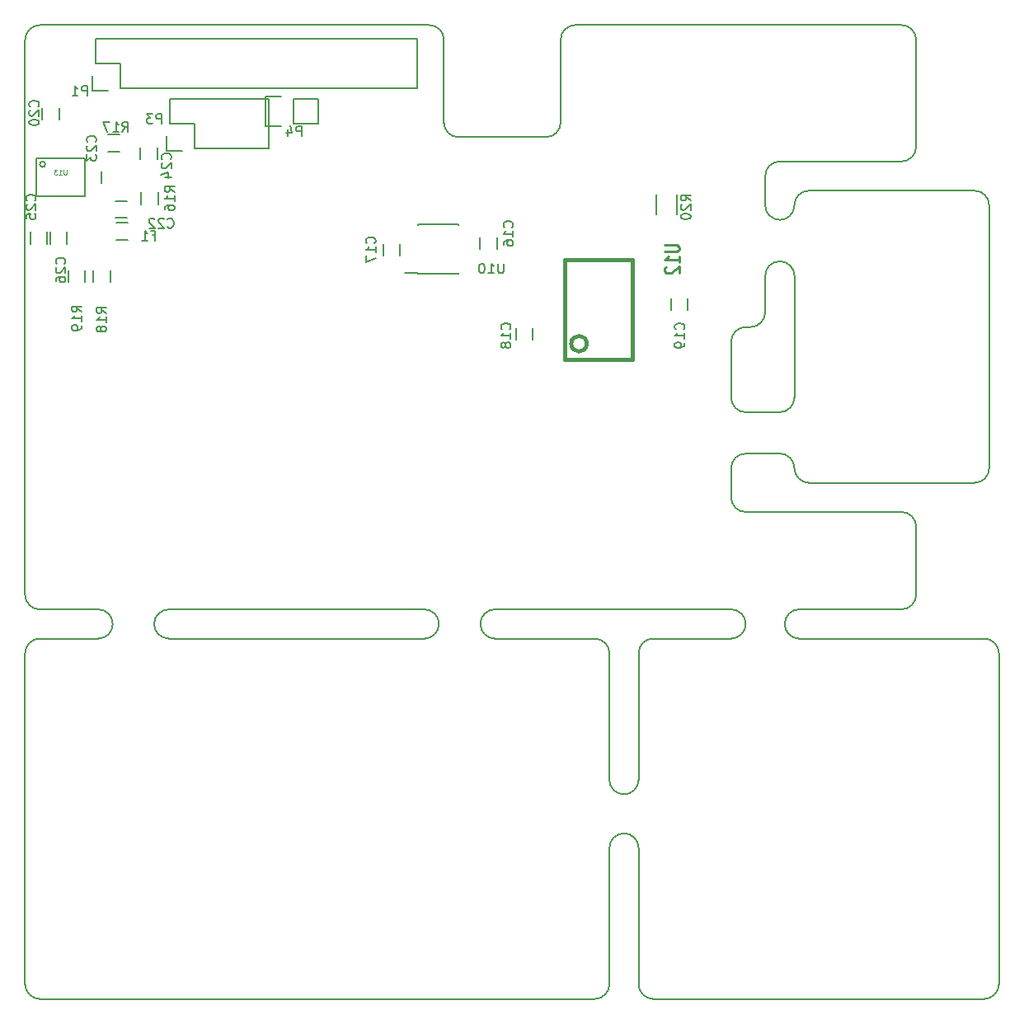
<source format=gbo>
G04 #@! TF.FileFunction,Legend,Bot*
%FSLAX46Y46*%
G04 Gerber Fmt 4.6, Leading zero omitted, Abs format (unit mm)*
G04 Created by KiCad (PCBNEW 4.0.2+dfsg1-stable) date So 05 Feb 2017 14:10:10 CET*
%MOMM*%
G01*
G04 APERTURE LIST*
%ADD10C,0.100000*%
%ADD11C,0.150000*%
%ADD12C,0.381000*%
%ADD13C,0.127000*%
%ADD14C,0.285750*%
%ADD15C,0.287020*%
%ADD16C,0.099060*%
G04 APERTURE END LIST*
D10*
D11*
X176000000Y-58500000D02*
X176000000Y-55500000D01*
X176000000Y-69500000D02*
X176000000Y-65750000D01*
X179000000Y-65750000D02*
X179000000Y-78250000D01*
X176000000Y-58500000D02*
G75*
G03X177500000Y-60000000I1500000J0D01*
G01*
X179000000Y-65750000D02*
G75*
G03X177500000Y-64250000I-1500000J0D01*
G01*
X177500000Y-64250000D02*
G75*
G03X176000000Y-65750000I0J-1500000D01*
G01*
X172500000Y-78250000D02*
X172500000Y-72500000D01*
X177500000Y-79750000D02*
X174000000Y-79750000D01*
X174000000Y-84000000D02*
X177500000Y-84000000D01*
X172500000Y-88500000D02*
X172500000Y-85500000D01*
X172500000Y-78250000D02*
G75*
G03X174000000Y-79750000I1500000J0D01*
G01*
X177500000Y-79750000D02*
G75*
G03X179000000Y-78250000I0J1500000D01*
G01*
X174000000Y-84000000D02*
G75*
G03X172500000Y-85500000I0J-1500000D01*
G01*
X179000000Y-85500000D02*
G75*
G03X177500000Y-84000000I-1500000J0D01*
G01*
X177500000Y-60000000D02*
G75*
G03X179000000Y-58500000I0J1500000D01*
G01*
X199000000Y-58500000D02*
X199000000Y-85500000D01*
X180500000Y-57000000D02*
X197500000Y-57000000D01*
X180500000Y-87000000D02*
X197500000Y-87000000D01*
X179000000Y-85500000D02*
G75*
G03X180500000Y-87000000I1500000J0D01*
G01*
X197500000Y-87000000D02*
G75*
G03X199000000Y-85500000I0J1500000D01*
G01*
X199000000Y-58500000D02*
G75*
G03X197500000Y-57000000I-1500000J0D01*
G01*
X180500000Y-57000000D02*
G75*
G03X179000000Y-58500000I0J-1500000D01*
G01*
X148250000Y-100000000D02*
X172500000Y-100000000D01*
X141000000Y-100000000D02*
X114750000Y-100000000D01*
X114750000Y-103000000D02*
X141000000Y-103000000D01*
X142500000Y-101500000D02*
G75*
G03X141000000Y-100000000I-1500000J0D01*
G01*
X141000000Y-103000000D02*
G75*
G03X142500000Y-101500000I0J1500000D01*
G01*
X101500000Y-100000000D02*
X107500000Y-100000000D01*
X101500000Y-103000000D02*
X107500000Y-103000000D01*
X148250000Y-100000000D02*
G75*
G03X146750000Y-101500000I0J-1500000D01*
G01*
X148250000Y-103000000D02*
X158500000Y-103000000D01*
X146750000Y-101500000D02*
G75*
G03X148250000Y-103000000I1500000J0D01*
G01*
X174000000Y-90000000D02*
X190000000Y-90000000D01*
X177500000Y-54000000D02*
X190000000Y-54000000D01*
X174000000Y-71000000D02*
X174500000Y-71000000D01*
X174500000Y-71000000D02*
G75*
G03X176000000Y-69500000I0J1500000D01*
G01*
X174000000Y-71000000D02*
G75*
G03X172500000Y-72500000I0J-1500000D01*
G01*
X161500000Y-119000000D02*
G75*
G03X163000000Y-117500000I0J1500000D01*
G01*
X163000000Y-124500000D02*
G75*
G03X161500000Y-123000000I-1500000J0D01*
G01*
X163000000Y-124500000D02*
X163000000Y-138500000D01*
X163000000Y-104500000D02*
X163000000Y-117500000D01*
X160000000Y-124500000D02*
X160000000Y-138500000D01*
X160000000Y-104500000D02*
X160000000Y-117500000D01*
X161500000Y-123000000D02*
G75*
G03X160000000Y-124500000I0J-1500000D01*
G01*
X160000000Y-117500000D02*
G75*
G03X161500000Y-119000000I1500000J0D01*
G01*
X164500000Y-103000000D02*
X172500000Y-103000000D01*
X164500000Y-140000000D02*
X198500000Y-140000000D01*
X163000000Y-138500000D02*
G75*
G03X164500000Y-140000000I1500000J0D01*
G01*
X158500000Y-140000000D02*
G75*
G03X160000000Y-138500000I0J1500000D01*
G01*
X164500000Y-103000000D02*
G75*
G03X163000000Y-104500000I0J-1500000D01*
G01*
X160000000Y-104500000D02*
G75*
G03X158500000Y-103000000I-1500000J0D01*
G01*
X113250000Y-101500000D02*
G75*
G03X114750000Y-103000000I1500000J0D01*
G01*
X114750000Y-100000000D02*
G75*
G03X113250000Y-101500000I0J-1500000D01*
G01*
X174000000Y-101500000D02*
G75*
G03X172500000Y-100000000I-1500000J0D01*
G01*
X172500000Y-103000000D02*
G75*
G03X174000000Y-101500000I0J1500000D01*
G01*
X178000000Y-101500000D02*
G75*
G03X179500000Y-103000000I1500000J0D01*
G01*
X179500000Y-100000000D02*
G75*
G03X178000000Y-101500000I0J-1500000D01*
G01*
X190000000Y-100000000D02*
X179500000Y-100000000D01*
X198500000Y-103000000D02*
X179500000Y-103000000D01*
X107500000Y-103000000D02*
G75*
G03X109000000Y-101500000I0J1500000D01*
G01*
X109000000Y-101500000D02*
G75*
G03X107500000Y-100000000I-1500000J0D01*
G01*
X198500000Y-140000000D02*
G75*
G03X200000000Y-138500000I0J1500000D01*
G01*
X200000000Y-104500000D02*
G75*
G03X198500000Y-103000000I-1500000J0D01*
G01*
X101500000Y-103000000D02*
G75*
G03X100000000Y-104500000I0J-1500000D01*
G01*
X100000000Y-138500000D02*
G75*
G03X101500000Y-140000000I1500000J0D01*
G01*
X100000000Y-104500000D02*
X100000000Y-138500000D01*
X200000000Y-104500000D02*
X200000000Y-138500000D01*
X101500000Y-140000000D02*
X158500000Y-140000000D01*
X191500000Y-91500000D02*
G75*
G03X190000000Y-90000000I-1500000J0D01*
G01*
X172500000Y-88500000D02*
G75*
G03X174000000Y-90000000I1500000J0D01*
G01*
X177500000Y-54000000D02*
G75*
G03X176000000Y-55500000I0J-1500000D01*
G01*
X190000000Y-54000000D02*
G75*
G03X191500000Y-52500000I0J1500000D01*
G01*
X191500000Y-41500000D02*
X191500000Y-52500000D01*
X143000000Y-41500000D02*
G75*
G03X141500000Y-40000000I-1500000J0D01*
G01*
X156500000Y-40000000D02*
G75*
G03X155000000Y-41500000I0J-1500000D01*
G01*
X153500000Y-51500000D02*
G75*
G03X155000000Y-50000000I0J1500000D01*
G01*
X143000000Y-50000000D02*
G75*
G03X144500000Y-51500000I1500000J0D01*
G01*
X144500000Y-51500000D02*
X153500000Y-51500000D01*
X143000000Y-41500000D02*
X143000000Y-50000000D01*
X155000000Y-41500000D02*
X155000000Y-50000000D01*
X190000000Y-40000000D02*
X156500000Y-40000000D01*
X100000000Y-41500000D02*
X100000000Y-98500000D01*
X191500000Y-91500000D02*
X191500000Y-98500000D01*
X191500000Y-41500000D02*
G75*
G03X190000000Y-40000000I-1500000J0D01*
G01*
X190000000Y-100000000D02*
G75*
G03X191500000Y-98500000I0J1500000D01*
G01*
X100000000Y-98500000D02*
G75*
G03X101500000Y-100000000I1500000J0D01*
G01*
X101500000Y-40000000D02*
G75*
G03X100000000Y-41500000I0J-1500000D01*
G01*
X101500000Y-40000000D02*
X141500000Y-40000000D01*
X117373400Y-52654200D02*
X124993400Y-52654200D01*
X124993400Y-52654200D02*
X124993400Y-47574200D01*
X124993400Y-47574200D02*
X114833400Y-47574200D01*
X114833400Y-47574200D02*
X114833400Y-50114200D01*
X116103400Y-52934200D02*
X114553400Y-52934200D01*
X114833400Y-50114200D02*
X117373400Y-50114200D01*
X117373400Y-50114200D02*
X117373400Y-52654200D01*
X114553400Y-52934200D02*
X114553400Y-51384200D01*
X107213400Y-41402000D02*
X140233400Y-41402000D01*
X109753400Y-46482000D02*
X140233400Y-46482000D01*
X140233400Y-41402000D02*
X140233400Y-46482000D01*
X107213400Y-41402000D02*
X107213400Y-43942000D01*
X108483400Y-46762000D02*
X106933400Y-46762000D01*
X107213400Y-43942000D02*
X109753400Y-43942000D01*
X109753400Y-43942000D02*
X109753400Y-46482000D01*
X106933400Y-46762000D02*
X106933400Y-45212000D01*
X124713400Y-47294200D02*
X126263400Y-47294200D01*
X130073400Y-47574200D02*
X127533400Y-47574200D01*
X127533400Y-47574200D02*
X127533400Y-50114200D01*
X126263400Y-50394200D02*
X124713400Y-50394200D01*
X124713400Y-50394200D02*
X124713400Y-47294200D01*
X127533400Y-50114200D02*
X130073400Y-50114200D01*
X130073400Y-50114200D02*
X130073400Y-47574200D01*
X140386000Y-65567000D02*
X140386000Y-65422000D01*
X144536000Y-65567000D02*
X144536000Y-65422000D01*
X144536000Y-60417000D02*
X144536000Y-60562000D01*
X140386000Y-60417000D02*
X140386000Y-60562000D01*
X140386000Y-65567000D02*
X144536000Y-65567000D01*
X140386000Y-60417000D02*
X144536000Y-60417000D01*
X140386000Y-65422000D02*
X138986000Y-65422000D01*
D12*
X157677000Y-72715000D02*
G75*
G03X157677000Y-72715000I-800000J0D01*
G01*
X162377000Y-74315000D02*
X155377000Y-74315000D01*
X155377000Y-74315000D02*
X155377000Y-64115000D01*
X155377000Y-64115000D02*
X162377000Y-64115000D01*
X162377000Y-64115000D02*
X162377000Y-74315000D01*
D13*
X101155500Y-53657500D02*
X106108500Y-53657500D01*
X106108500Y-53657500D02*
X106108500Y-57594500D01*
X106108500Y-57594500D02*
X101155500Y-57594500D01*
X101155500Y-57594500D02*
X101155500Y-53657500D01*
X102074481Y-54292500D02*
G75*
G03X102074481Y-54292500I-283981J0D01*
G01*
D11*
X109255000Y-59803000D02*
X110455000Y-59803000D01*
X110455000Y-58053000D02*
X109255000Y-58053000D01*
X109318500Y-62025500D02*
X110518500Y-62025500D01*
X110518500Y-60275500D02*
X109318500Y-60275500D01*
X148449000Y-63033200D02*
X148449000Y-61833200D01*
X146699000Y-61833200D02*
X146699000Y-63033200D01*
X138517600Y-63642800D02*
X138517600Y-62442800D01*
X136767600Y-62442800D02*
X136767600Y-63642800D01*
X166307800Y-68030800D02*
X166307800Y-69230800D01*
X168057800Y-69230800D02*
X168057800Y-68030800D01*
X150382000Y-71078800D02*
X150382000Y-72278800D01*
X152132000Y-72278800D02*
X152132000Y-71078800D01*
X104316500Y-62449000D02*
X104316500Y-61249000D01*
X102566500Y-61249000D02*
X102566500Y-62449000D01*
X102284500Y-62449000D02*
X102284500Y-61249000D01*
X100534500Y-61249000D02*
X100534500Y-62449000D01*
X111901000Y-57185000D02*
X111901000Y-58385000D01*
X113651000Y-58385000D02*
X113651000Y-57185000D01*
X107872500Y-56226000D02*
X107872500Y-55026000D01*
X106122500Y-55026000D02*
X106122500Y-56226000D01*
X109693000Y-51258500D02*
X108493000Y-51258500D01*
X108493000Y-53008500D02*
X109693000Y-53008500D01*
X101741000Y-48502000D02*
X101741000Y-49702000D01*
X103491000Y-49702000D02*
X103491000Y-48502000D01*
X113587500Y-53749500D02*
X113587500Y-52549500D01*
X111837500Y-52549500D02*
X111837500Y-53749500D01*
X106158000Y-66386000D02*
X106158000Y-65186000D01*
X104408000Y-65186000D02*
X104408000Y-66386000D01*
X108761500Y-66386000D02*
X108761500Y-65186000D01*
X107011500Y-65186000D02*
X107011500Y-66386000D01*
X166937000Y-59420000D02*
X166937000Y-57420000D01*
X164787000Y-57420000D02*
X164787000Y-59420000D01*
X114022095Y-50109381D02*
X114022095Y-49109381D01*
X113641142Y-49109381D01*
X113545904Y-49157000D01*
X113498285Y-49204619D01*
X113450666Y-49299857D01*
X113450666Y-49442714D01*
X113498285Y-49537952D01*
X113545904Y-49585571D01*
X113641142Y-49633190D01*
X114022095Y-49633190D01*
X113117333Y-49109381D02*
X112498285Y-49109381D01*
X112831619Y-49490333D01*
X112688761Y-49490333D01*
X112593523Y-49537952D01*
X112545904Y-49585571D01*
X112498285Y-49680810D01*
X112498285Y-49918905D01*
X112545904Y-50014143D01*
X112593523Y-50061762D01*
X112688761Y-50109381D01*
X112974476Y-50109381D01*
X113069714Y-50061762D01*
X113117333Y-50014143D01*
X106363995Y-47251881D02*
X106363995Y-46251881D01*
X105983042Y-46251881D01*
X105887804Y-46299500D01*
X105840185Y-46347119D01*
X105792566Y-46442357D01*
X105792566Y-46585214D01*
X105840185Y-46680452D01*
X105887804Y-46728071D01*
X105983042Y-46775690D01*
X106363995Y-46775690D01*
X104840185Y-47251881D02*
X105411614Y-47251881D01*
X105125900Y-47251881D02*
X105125900Y-46251881D01*
X105221138Y-46394738D01*
X105316376Y-46489976D01*
X105411614Y-46537595D01*
X128373095Y-51379381D02*
X128373095Y-50379381D01*
X127992142Y-50379381D01*
X127896904Y-50427000D01*
X127849285Y-50474619D01*
X127801666Y-50569857D01*
X127801666Y-50712714D01*
X127849285Y-50807952D01*
X127896904Y-50855571D01*
X127992142Y-50903190D01*
X128373095Y-50903190D01*
X126944523Y-50712714D02*
X126944523Y-51379381D01*
X127182619Y-50331762D02*
X127420714Y-51046048D01*
X126801666Y-51046048D01*
X149129595Y-64476381D02*
X149129595Y-65285905D01*
X149081976Y-65381143D01*
X149034357Y-65428762D01*
X148939119Y-65476381D01*
X148748642Y-65476381D01*
X148653404Y-65428762D01*
X148605785Y-65381143D01*
X148558166Y-65285905D01*
X148558166Y-64476381D01*
X147558166Y-65476381D02*
X148129595Y-65476381D01*
X147843881Y-65476381D02*
X147843881Y-64476381D01*
X147939119Y-64619238D01*
X148034357Y-64714476D01*
X148129595Y-64762095D01*
X146939119Y-64476381D02*
X146843880Y-64476381D01*
X146748642Y-64524000D01*
X146701023Y-64571619D01*
X146653404Y-64666857D01*
X146605785Y-64857333D01*
X146605785Y-65095429D01*
X146653404Y-65285905D01*
X146701023Y-65381143D01*
X146748642Y-65428762D01*
X146843880Y-65476381D01*
X146939119Y-65476381D01*
X147034357Y-65428762D01*
X147081976Y-65381143D01*
X147129595Y-65285905D01*
X147177214Y-65095429D01*
X147177214Y-64857333D01*
X147129595Y-64666857D01*
X147081976Y-64571619D01*
X147034357Y-64524000D01*
X146939119Y-64476381D01*
D14*
X165662429Y-62592858D02*
X166896143Y-62592858D01*
X167041286Y-62647286D01*
X167113857Y-62701715D01*
X167186429Y-62810572D01*
X167186429Y-63028286D01*
X167113857Y-63137144D01*
X167041286Y-63191572D01*
X166896143Y-63246001D01*
X165662429Y-63246001D01*
X167186429Y-64389001D02*
X167186429Y-63735858D01*
X167186429Y-64062430D02*
X165662429Y-64062430D01*
X165880143Y-63953573D01*
X166025286Y-63844715D01*
X166097857Y-63735858D01*
X165807571Y-64824429D02*
X165735000Y-64878858D01*
X165662429Y-64987715D01*
X165662429Y-65259858D01*
X165735000Y-65368715D01*
X165807571Y-65423144D01*
X165952714Y-65477572D01*
X166097857Y-65477572D01*
X166315571Y-65423144D01*
X167186429Y-64770001D01*
X167186429Y-65477572D01*
D15*
D16*
X104251518Y-54843982D02*
X104251518Y-55249052D01*
X104227690Y-55296707D01*
X104203863Y-55320535D01*
X104156207Y-55344362D01*
X104060897Y-55344362D01*
X104013242Y-55320535D01*
X103989414Y-55296707D01*
X103965586Y-55249052D01*
X103965586Y-54843982D01*
X103465206Y-55344362D02*
X103751138Y-55344362D01*
X103608172Y-55344362D02*
X103608172Y-54843982D01*
X103655827Y-54915465D01*
X103703482Y-54963120D01*
X103751138Y-54986948D01*
X103298413Y-54843982D02*
X102988654Y-54843982D01*
X103155447Y-55034603D01*
X103083965Y-55034603D01*
X103036309Y-55058431D01*
X103012482Y-55082259D01*
X102988654Y-55129914D01*
X102988654Y-55249052D01*
X103012482Y-55296707D01*
X103036309Y-55320535D01*
X103083965Y-55344362D01*
X103226930Y-55344362D01*
X103274586Y-55320535D01*
X103298413Y-55296707D01*
D11*
X114625357Y-60745643D02*
X114672976Y-60793262D01*
X114815833Y-60840881D01*
X114911071Y-60840881D01*
X115053929Y-60793262D01*
X115149167Y-60698024D01*
X115196786Y-60602786D01*
X115244405Y-60412310D01*
X115244405Y-60269452D01*
X115196786Y-60078976D01*
X115149167Y-59983738D01*
X115053929Y-59888500D01*
X114911071Y-59840881D01*
X114815833Y-59840881D01*
X114672976Y-59888500D01*
X114625357Y-59936119D01*
X114244405Y-59936119D02*
X114196786Y-59888500D01*
X114101548Y-59840881D01*
X113863452Y-59840881D01*
X113768214Y-59888500D01*
X113720595Y-59936119D01*
X113672976Y-60031357D01*
X113672976Y-60126595D01*
X113720595Y-60269452D01*
X114292024Y-60840881D01*
X113672976Y-60840881D01*
X113292024Y-59936119D02*
X113244405Y-59888500D01*
X113149167Y-59840881D01*
X112911071Y-59840881D01*
X112815833Y-59888500D01*
X112768214Y-59936119D01*
X112720595Y-60031357D01*
X112720595Y-60126595D01*
X112768214Y-60269452D01*
X113339643Y-60840881D01*
X112720595Y-60840881D01*
X113045833Y-61587071D02*
X113379167Y-61587071D01*
X113379167Y-62110881D02*
X113379167Y-61110881D01*
X112902976Y-61110881D01*
X111998214Y-62110881D02*
X112569643Y-62110881D01*
X112283929Y-62110881D02*
X112283929Y-61110881D01*
X112379167Y-61253738D01*
X112474405Y-61348976D01*
X112569643Y-61396595D01*
X150026643Y-60761643D02*
X150074262Y-60714024D01*
X150121881Y-60571167D01*
X150121881Y-60475929D01*
X150074262Y-60333071D01*
X149979024Y-60237833D01*
X149883786Y-60190214D01*
X149693310Y-60142595D01*
X149550452Y-60142595D01*
X149359976Y-60190214D01*
X149264738Y-60237833D01*
X149169500Y-60333071D01*
X149121881Y-60475929D01*
X149121881Y-60571167D01*
X149169500Y-60714024D01*
X149217119Y-60761643D01*
X150121881Y-61714024D02*
X150121881Y-61142595D01*
X150121881Y-61428309D02*
X149121881Y-61428309D01*
X149264738Y-61333071D01*
X149359976Y-61237833D01*
X149407595Y-61142595D01*
X149121881Y-62571167D02*
X149121881Y-62380690D01*
X149169500Y-62285452D01*
X149217119Y-62237833D01*
X149359976Y-62142595D01*
X149550452Y-62094976D01*
X149931405Y-62094976D01*
X150026643Y-62142595D01*
X150074262Y-62190214D01*
X150121881Y-62285452D01*
X150121881Y-62475929D01*
X150074262Y-62571167D01*
X150026643Y-62618786D01*
X149931405Y-62666405D01*
X149693310Y-62666405D01*
X149598071Y-62618786D01*
X149550452Y-62571167D01*
X149502833Y-62475929D01*
X149502833Y-62285452D01*
X149550452Y-62190214D01*
X149598071Y-62142595D01*
X149693310Y-62094976D01*
X135899743Y-62399943D02*
X135947362Y-62352324D01*
X135994981Y-62209467D01*
X135994981Y-62114229D01*
X135947362Y-61971371D01*
X135852124Y-61876133D01*
X135756886Y-61828514D01*
X135566410Y-61780895D01*
X135423552Y-61780895D01*
X135233076Y-61828514D01*
X135137838Y-61876133D01*
X135042600Y-61971371D01*
X134994981Y-62114229D01*
X134994981Y-62209467D01*
X135042600Y-62352324D01*
X135090219Y-62399943D01*
X135994981Y-63352324D02*
X135994981Y-62780895D01*
X135994981Y-63066609D02*
X134994981Y-63066609D01*
X135137838Y-62971371D01*
X135233076Y-62876133D01*
X135280695Y-62780895D01*
X134994981Y-63685657D02*
X134994981Y-64352324D01*
X135994981Y-63923752D01*
X167616143Y-71239143D02*
X167663762Y-71191524D01*
X167711381Y-71048667D01*
X167711381Y-70953429D01*
X167663762Y-70810571D01*
X167568524Y-70715333D01*
X167473286Y-70667714D01*
X167282810Y-70620095D01*
X167139952Y-70620095D01*
X166949476Y-70667714D01*
X166854238Y-70715333D01*
X166759000Y-70810571D01*
X166711381Y-70953429D01*
X166711381Y-71048667D01*
X166759000Y-71191524D01*
X166806619Y-71239143D01*
X167711381Y-72191524D02*
X167711381Y-71620095D01*
X167711381Y-71905809D02*
X166711381Y-71905809D01*
X166854238Y-71810571D01*
X166949476Y-71715333D01*
X166997095Y-71620095D01*
X167711381Y-72667714D02*
X167711381Y-72858190D01*
X167663762Y-72953429D01*
X167616143Y-73001048D01*
X167473286Y-73096286D01*
X167282810Y-73143905D01*
X166901857Y-73143905D01*
X166806619Y-73096286D01*
X166759000Y-73048667D01*
X166711381Y-72953429D01*
X166711381Y-72762952D01*
X166759000Y-72667714D01*
X166806619Y-72620095D01*
X166901857Y-72572476D01*
X167139952Y-72572476D01*
X167235190Y-72620095D01*
X167282810Y-72667714D01*
X167330429Y-72762952D01*
X167330429Y-72953429D01*
X167282810Y-73048667D01*
X167235190Y-73096286D01*
X167139952Y-73143905D01*
X149772643Y-71239143D02*
X149820262Y-71191524D01*
X149867881Y-71048667D01*
X149867881Y-70953429D01*
X149820262Y-70810571D01*
X149725024Y-70715333D01*
X149629786Y-70667714D01*
X149439310Y-70620095D01*
X149296452Y-70620095D01*
X149105976Y-70667714D01*
X149010738Y-70715333D01*
X148915500Y-70810571D01*
X148867881Y-70953429D01*
X148867881Y-71048667D01*
X148915500Y-71191524D01*
X148963119Y-71239143D01*
X149867881Y-72191524D02*
X149867881Y-71620095D01*
X149867881Y-71905809D02*
X148867881Y-71905809D01*
X149010738Y-71810571D01*
X149105976Y-71715333D01*
X149153595Y-71620095D01*
X149296452Y-72762952D02*
X149248833Y-72667714D01*
X149201214Y-72620095D01*
X149105976Y-72572476D01*
X149058357Y-72572476D01*
X148963119Y-72620095D01*
X148915500Y-72667714D01*
X148867881Y-72762952D01*
X148867881Y-72953429D01*
X148915500Y-73048667D01*
X148963119Y-73096286D01*
X149058357Y-73143905D01*
X149105976Y-73143905D01*
X149201214Y-73096286D01*
X149248833Y-73048667D01*
X149296452Y-72953429D01*
X149296452Y-72762952D01*
X149344071Y-72667714D01*
X149391690Y-72620095D01*
X149486929Y-72572476D01*
X149677405Y-72572476D01*
X149772643Y-72620095D01*
X149820262Y-72667714D01*
X149867881Y-72762952D01*
X149867881Y-72953429D01*
X149820262Y-73048667D01*
X149772643Y-73096286D01*
X149677405Y-73143905D01*
X149486929Y-73143905D01*
X149391690Y-73096286D01*
X149344071Y-73048667D01*
X149296452Y-72953429D01*
X104052643Y-64508143D02*
X104100262Y-64460524D01*
X104147881Y-64317667D01*
X104147881Y-64222429D01*
X104100262Y-64079571D01*
X104005024Y-63984333D01*
X103909786Y-63936714D01*
X103719310Y-63889095D01*
X103576452Y-63889095D01*
X103385976Y-63936714D01*
X103290738Y-63984333D01*
X103195500Y-64079571D01*
X103147881Y-64222429D01*
X103147881Y-64317667D01*
X103195500Y-64460524D01*
X103243119Y-64508143D01*
X103243119Y-64889095D02*
X103195500Y-64936714D01*
X103147881Y-65031952D01*
X103147881Y-65270048D01*
X103195500Y-65365286D01*
X103243119Y-65412905D01*
X103338357Y-65460524D01*
X103433595Y-65460524D01*
X103576452Y-65412905D01*
X104147881Y-64841476D01*
X104147881Y-65460524D01*
X103147881Y-66317667D02*
X103147881Y-66127190D01*
X103195500Y-66031952D01*
X103243119Y-65984333D01*
X103385976Y-65889095D01*
X103576452Y-65841476D01*
X103957405Y-65841476D01*
X104052643Y-65889095D01*
X104100262Y-65936714D01*
X104147881Y-66031952D01*
X104147881Y-66222429D01*
X104100262Y-66317667D01*
X104052643Y-66365286D01*
X103957405Y-66412905D01*
X103719310Y-66412905D01*
X103624071Y-66365286D01*
X103576452Y-66317667D01*
X103528833Y-66222429D01*
X103528833Y-66031952D01*
X103576452Y-65936714D01*
X103624071Y-65889095D01*
X103719310Y-65841476D01*
X101004643Y-58031143D02*
X101052262Y-57983524D01*
X101099881Y-57840667D01*
X101099881Y-57745429D01*
X101052262Y-57602571D01*
X100957024Y-57507333D01*
X100861786Y-57459714D01*
X100671310Y-57412095D01*
X100528452Y-57412095D01*
X100337976Y-57459714D01*
X100242738Y-57507333D01*
X100147500Y-57602571D01*
X100099881Y-57745429D01*
X100099881Y-57840667D01*
X100147500Y-57983524D01*
X100195119Y-58031143D01*
X100195119Y-58412095D02*
X100147500Y-58459714D01*
X100099881Y-58554952D01*
X100099881Y-58793048D01*
X100147500Y-58888286D01*
X100195119Y-58935905D01*
X100290357Y-58983524D01*
X100385595Y-58983524D01*
X100528452Y-58935905D01*
X101099881Y-58364476D01*
X101099881Y-58983524D01*
X100099881Y-59888286D02*
X100099881Y-59412095D01*
X100576071Y-59364476D01*
X100528452Y-59412095D01*
X100480833Y-59507333D01*
X100480833Y-59745429D01*
X100528452Y-59840667D01*
X100576071Y-59888286D01*
X100671310Y-59935905D01*
X100909405Y-59935905D01*
X101004643Y-59888286D01*
X101052262Y-59840667D01*
X101099881Y-59745429D01*
X101099881Y-59507333D01*
X101052262Y-59412095D01*
X101004643Y-59364476D01*
X115328381Y-57142143D02*
X114852190Y-56808809D01*
X115328381Y-56570714D02*
X114328381Y-56570714D01*
X114328381Y-56951667D01*
X114376000Y-57046905D01*
X114423619Y-57094524D01*
X114518857Y-57142143D01*
X114661714Y-57142143D01*
X114756952Y-57094524D01*
X114804571Y-57046905D01*
X114852190Y-56951667D01*
X114852190Y-56570714D01*
X115328381Y-58094524D02*
X115328381Y-57523095D01*
X115328381Y-57808809D02*
X114328381Y-57808809D01*
X114471238Y-57713571D01*
X114566476Y-57618333D01*
X114614095Y-57523095D01*
X114328381Y-58951667D02*
X114328381Y-58761190D01*
X114376000Y-58665952D01*
X114423619Y-58618333D01*
X114566476Y-58523095D01*
X114756952Y-58475476D01*
X115137905Y-58475476D01*
X115233143Y-58523095D01*
X115280762Y-58570714D01*
X115328381Y-58665952D01*
X115328381Y-58856429D01*
X115280762Y-58951667D01*
X115233143Y-58999286D01*
X115137905Y-59046905D01*
X114899810Y-59046905D01*
X114804571Y-58999286D01*
X114756952Y-58951667D01*
X114709333Y-58856429D01*
X114709333Y-58665952D01*
X114756952Y-58570714D01*
X114804571Y-58523095D01*
X114899810Y-58475476D01*
X107227643Y-51998643D02*
X107275262Y-51951024D01*
X107322881Y-51808167D01*
X107322881Y-51712929D01*
X107275262Y-51570071D01*
X107180024Y-51474833D01*
X107084786Y-51427214D01*
X106894310Y-51379595D01*
X106751452Y-51379595D01*
X106560976Y-51427214D01*
X106465738Y-51474833D01*
X106370500Y-51570071D01*
X106322881Y-51712929D01*
X106322881Y-51808167D01*
X106370500Y-51951024D01*
X106418119Y-51998643D01*
X106418119Y-52379595D02*
X106370500Y-52427214D01*
X106322881Y-52522452D01*
X106322881Y-52760548D01*
X106370500Y-52855786D01*
X106418119Y-52903405D01*
X106513357Y-52951024D01*
X106608595Y-52951024D01*
X106751452Y-52903405D01*
X107322881Y-52331976D01*
X107322881Y-52951024D01*
X106322881Y-53284357D02*
X106322881Y-53903405D01*
X106703833Y-53570071D01*
X106703833Y-53712929D01*
X106751452Y-53808167D01*
X106799071Y-53855786D01*
X106894310Y-53903405D01*
X107132405Y-53903405D01*
X107227643Y-53855786D01*
X107275262Y-53808167D01*
X107322881Y-53712929D01*
X107322881Y-53427214D01*
X107275262Y-53331976D01*
X107227643Y-53284357D01*
X109989857Y-50934881D02*
X110323191Y-50458690D01*
X110561286Y-50934881D02*
X110561286Y-49934881D01*
X110180333Y-49934881D01*
X110085095Y-49982500D01*
X110037476Y-50030119D01*
X109989857Y-50125357D01*
X109989857Y-50268214D01*
X110037476Y-50363452D01*
X110085095Y-50411071D01*
X110180333Y-50458690D01*
X110561286Y-50458690D01*
X109037476Y-50934881D02*
X109608905Y-50934881D01*
X109323191Y-50934881D02*
X109323191Y-49934881D01*
X109418429Y-50077738D01*
X109513667Y-50172976D01*
X109608905Y-50220595D01*
X108704143Y-49934881D02*
X108037476Y-49934881D01*
X108466048Y-50934881D01*
X101322143Y-48379143D02*
X101369762Y-48331524D01*
X101417381Y-48188667D01*
X101417381Y-48093429D01*
X101369762Y-47950571D01*
X101274524Y-47855333D01*
X101179286Y-47807714D01*
X100988810Y-47760095D01*
X100845952Y-47760095D01*
X100655476Y-47807714D01*
X100560238Y-47855333D01*
X100465000Y-47950571D01*
X100417381Y-48093429D01*
X100417381Y-48188667D01*
X100465000Y-48331524D01*
X100512619Y-48379143D01*
X100512619Y-48760095D02*
X100465000Y-48807714D01*
X100417381Y-48902952D01*
X100417381Y-49141048D01*
X100465000Y-49236286D01*
X100512619Y-49283905D01*
X100607857Y-49331524D01*
X100703095Y-49331524D01*
X100845952Y-49283905D01*
X101417381Y-48712476D01*
X101417381Y-49331524D01*
X100417381Y-49950571D02*
X100417381Y-50045810D01*
X100465000Y-50141048D01*
X100512619Y-50188667D01*
X100607857Y-50236286D01*
X100798333Y-50283905D01*
X101036429Y-50283905D01*
X101226905Y-50236286D01*
X101322143Y-50188667D01*
X101369762Y-50141048D01*
X101417381Y-50045810D01*
X101417381Y-49950571D01*
X101369762Y-49855333D01*
X101322143Y-49807714D01*
X101226905Y-49760095D01*
X101036429Y-49712476D01*
X100798333Y-49712476D01*
X100607857Y-49760095D01*
X100512619Y-49807714D01*
X100465000Y-49855333D01*
X100417381Y-49950571D01*
X114911143Y-53776643D02*
X114958762Y-53729024D01*
X115006381Y-53586167D01*
X115006381Y-53490929D01*
X114958762Y-53348071D01*
X114863524Y-53252833D01*
X114768286Y-53205214D01*
X114577810Y-53157595D01*
X114434952Y-53157595D01*
X114244476Y-53205214D01*
X114149238Y-53252833D01*
X114054000Y-53348071D01*
X114006381Y-53490929D01*
X114006381Y-53586167D01*
X114054000Y-53729024D01*
X114101619Y-53776643D01*
X114101619Y-54157595D02*
X114054000Y-54205214D01*
X114006381Y-54300452D01*
X114006381Y-54538548D01*
X114054000Y-54633786D01*
X114101619Y-54681405D01*
X114196857Y-54729024D01*
X114292095Y-54729024D01*
X114434952Y-54681405D01*
X115006381Y-54109976D01*
X115006381Y-54729024D01*
X114339714Y-55586167D02*
X115006381Y-55586167D01*
X113958762Y-55348071D02*
X114673048Y-55109976D01*
X114673048Y-55729024D01*
X105798881Y-69461143D02*
X105322690Y-69127809D01*
X105798881Y-68889714D02*
X104798881Y-68889714D01*
X104798881Y-69270667D01*
X104846500Y-69365905D01*
X104894119Y-69413524D01*
X104989357Y-69461143D01*
X105132214Y-69461143D01*
X105227452Y-69413524D01*
X105275071Y-69365905D01*
X105322690Y-69270667D01*
X105322690Y-68889714D01*
X105798881Y-70413524D02*
X105798881Y-69842095D01*
X105798881Y-70127809D02*
X104798881Y-70127809D01*
X104941738Y-70032571D01*
X105036976Y-69937333D01*
X105084595Y-69842095D01*
X105798881Y-70889714D02*
X105798881Y-71080190D01*
X105751262Y-71175429D01*
X105703643Y-71223048D01*
X105560786Y-71318286D01*
X105370310Y-71365905D01*
X104989357Y-71365905D01*
X104894119Y-71318286D01*
X104846500Y-71270667D01*
X104798881Y-71175429D01*
X104798881Y-70984952D01*
X104846500Y-70889714D01*
X104894119Y-70842095D01*
X104989357Y-70794476D01*
X105227452Y-70794476D01*
X105322690Y-70842095D01*
X105370310Y-70889714D01*
X105417929Y-70984952D01*
X105417929Y-71175429D01*
X105370310Y-71270667D01*
X105322690Y-71318286D01*
X105227452Y-71365905D01*
X108338881Y-69588143D02*
X107862690Y-69254809D01*
X108338881Y-69016714D02*
X107338881Y-69016714D01*
X107338881Y-69397667D01*
X107386500Y-69492905D01*
X107434119Y-69540524D01*
X107529357Y-69588143D01*
X107672214Y-69588143D01*
X107767452Y-69540524D01*
X107815071Y-69492905D01*
X107862690Y-69397667D01*
X107862690Y-69016714D01*
X108338881Y-70540524D02*
X108338881Y-69969095D01*
X108338881Y-70254809D02*
X107338881Y-70254809D01*
X107481738Y-70159571D01*
X107576976Y-70064333D01*
X107624595Y-69969095D01*
X107767452Y-71111952D02*
X107719833Y-71016714D01*
X107672214Y-70969095D01*
X107576976Y-70921476D01*
X107529357Y-70921476D01*
X107434119Y-70969095D01*
X107386500Y-71016714D01*
X107338881Y-71111952D01*
X107338881Y-71302429D01*
X107386500Y-71397667D01*
X107434119Y-71445286D01*
X107529357Y-71492905D01*
X107576976Y-71492905D01*
X107672214Y-71445286D01*
X107719833Y-71397667D01*
X107767452Y-71302429D01*
X107767452Y-71111952D01*
X107815071Y-71016714D01*
X107862690Y-70969095D01*
X107957929Y-70921476D01*
X108148405Y-70921476D01*
X108243643Y-70969095D01*
X108291262Y-71016714D01*
X108338881Y-71111952D01*
X108338881Y-71302429D01*
X108291262Y-71397667D01*
X108243643Y-71445286D01*
X108148405Y-71492905D01*
X107957929Y-71492905D01*
X107862690Y-71445286D01*
X107815071Y-71397667D01*
X107767452Y-71302429D01*
X168346381Y-58031143D02*
X167870190Y-57697809D01*
X168346381Y-57459714D02*
X167346381Y-57459714D01*
X167346381Y-57840667D01*
X167394000Y-57935905D01*
X167441619Y-57983524D01*
X167536857Y-58031143D01*
X167679714Y-58031143D01*
X167774952Y-57983524D01*
X167822571Y-57935905D01*
X167870190Y-57840667D01*
X167870190Y-57459714D01*
X167441619Y-58412095D02*
X167394000Y-58459714D01*
X167346381Y-58554952D01*
X167346381Y-58793048D01*
X167394000Y-58888286D01*
X167441619Y-58935905D01*
X167536857Y-58983524D01*
X167632095Y-58983524D01*
X167774952Y-58935905D01*
X168346381Y-58364476D01*
X168346381Y-58983524D01*
X167346381Y-59602571D02*
X167346381Y-59697810D01*
X167394000Y-59793048D01*
X167441619Y-59840667D01*
X167536857Y-59888286D01*
X167727333Y-59935905D01*
X167965429Y-59935905D01*
X168155905Y-59888286D01*
X168251143Y-59840667D01*
X168298762Y-59793048D01*
X168346381Y-59697810D01*
X168346381Y-59602571D01*
X168298762Y-59507333D01*
X168251143Y-59459714D01*
X168155905Y-59412095D01*
X167965429Y-59364476D01*
X167727333Y-59364476D01*
X167536857Y-59412095D01*
X167441619Y-59459714D01*
X167394000Y-59507333D01*
X167346381Y-59602571D01*
M02*

</source>
